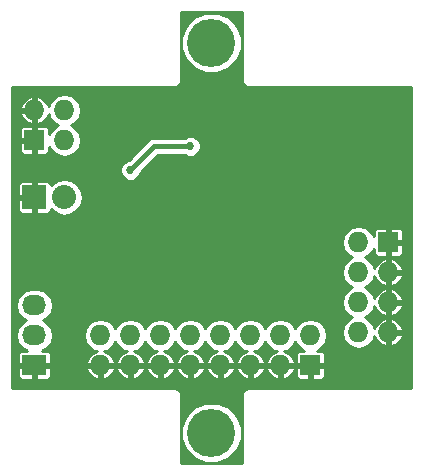
<source format=gbl>
G04 #@! TF.FileFunction,Copper,L2,Bot,Signal*
%FSLAX46Y46*%
G04 Gerber Fmt 4.6, Leading zero omitted, Abs format (unit mm)*
G04 Created by KiCad (PCBNEW 4.0.2-stable) date Friday, July 29, 2016 'PMt' 06:45:01 PM*
%MOMM*%
G01*
G04 APERTURE LIST*
%ADD10C,0.100000*%
%ADD11R,2.032000X1.727200*%
%ADD12O,2.032000X1.727200*%
%ADD13R,1.727200X1.727200*%
%ADD14O,1.727200X1.727200*%
%ADD15C,4.064000*%
%ADD16R,2.032000X2.032000*%
%ADD17O,2.032000X2.032000*%
%ADD18C,0.690000*%
%ADD19C,0.400000*%
%ADD20C,0.250000*%
G04 APERTURE END LIST*
D10*
D11*
X72898000Y-57150000D03*
D12*
X72898000Y-54610000D03*
X72898000Y-52070000D03*
D13*
X96266000Y-57150000D03*
D14*
X96266000Y-54610000D03*
X93726000Y-57150000D03*
X93726000Y-54610000D03*
X91186000Y-57150000D03*
X91186000Y-54610000D03*
X88646000Y-57150000D03*
X88646000Y-54610000D03*
X86106000Y-57150000D03*
X86106000Y-54610000D03*
X83566000Y-57150000D03*
X83566000Y-54610000D03*
X81026000Y-57150000D03*
X81026000Y-54610000D03*
X78486000Y-57150000D03*
X78486000Y-54610000D03*
D13*
X72898000Y-38100000D03*
D14*
X75438000Y-38100000D03*
X72898000Y-35560000D03*
X75438000Y-35560000D03*
D13*
X102870000Y-46736000D03*
D14*
X100330000Y-46736000D03*
X102870000Y-49276000D03*
X100330000Y-49276000D03*
X102870000Y-51816000D03*
X100330000Y-51816000D03*
X102870000Y-54356000D03*
X100330000Y-54356000D03*
D15*
X87884000Y-29845000D03*
X87884000Y-62865000D03*
D16*
X72898000Y-42926000D03*
D17*
X75438000Y-42926000D03*
D18*
X82677000Y-45085000D03*
X83693000Y-45085000D03*
X84709000Y-45085000D03*
X85725000Y-45085000D03*
X82677000Y-44069000D03*
X83693000Y-44069000D03*
X84709000Y-44069000D03*
X85725000Y-44069000D03*
X82677000Y-42037000D03*
X83693000Y-42037000D03*
X84709000Y-42037000D03*
X85725000Y-42037000D03*
X82677000Y-43053000D03*
X83693000Y-43053000D03*
X84709000Y-43053000D03*
X85725000Y-43053000D03*
X81026000Y-40640000D03*
X86106000Y-38608000D03*
D19*
X86106000Y-38608000D02*
X83058000Y-38608000D01*
X83058000Y-38608000D02*
X81026000Y-40640000D01*
D20*
G36*
X90459000Y-33020000D02*
X90504672Y-33249610D01*
X90634736Y-33444264D01*
X90829390Y-33574328D01*
X91059000Y-33620000D01*
X104810000Y-33620000D01*
X104810000Y-59090000D01*
X91059000Y-59090000D01*
X90829390Y-59135672D01*
X90634736Y-59265736D01*
X90504672Y-59460390D01*
X90459000Y-59690000D01*
X90459000Y-65440000D01*
X85309000Y-65440000D01*
X85309000Y-63371387D01*
X85326557Y-63371387D01*
X85715017Y-64311532D01*
X86433684Y-65031455D01*
X87373150Y-65421556D01*
X88390387Y-65422443D01*
X89330532Y-65033983D01*
X90050455Y-64315316D01*
X90440556Y-63375850D01*
X90441443Y-62358613D01*
X90052983Y-61418468D01*
X89334316Y-60698545D01*
X88394850Y-60308444D01*
X87377613Y-60307557D01*
X86437468Y-60696017D01*
X85717545Y-61414684D01*
X85327444Y-62354150D01*
X85326557Y-63371387D01*
X85309000Y-63371387D01*
X85309000Y-59690000D01*
X85263328Y-59460390D01*
X85133264Y-59265736D01*
X84938610Y-59135672D01*
X84709000Y-59090000D01*
X70958000Y-59090000D01*
X70958000Y-57368750D01*
X71507000Y-57368750D01*
X71507000Y-58088192D01*
X71564090Y-58226021D01*
X71669580Y-58331510D01*
X71807408Y-58388600D01*
X72679250Y-58388600D01*
X72773000Y-58294850D01*
X72773000Y-57275000D01*
X73023000Y-57275000D01*
X73023000Y-58294850D01*
X73116750Y-58388600D01*
X73988592Y-58388600D01*
X74126420Y-58331510D01*
X74231910Y-58226021D01*
X74289000Y-58088192D01*
X74289000Y-57466233D01*
X77288438Y-57466233D01*
X77500614Y-57900448D01*
X77862806Y-58220414D01*
X78169769Y-58347550D01*
X78361000Y-58288006D01*
X78361000Y-57275000D01*
X78611000Y-57275000D01*
X78611000Y-58288006D01*
X78802231Y-58347550D01*
X79109194Y-58220414D01*
X79471386Y-57900448D01*
X79683562Y-57466233D01*
X79828438Y-57466233D01*
X80040614Y-57900448D01*
X80402806Y-58220414D01*
X80709769Y-58347550D01*
X80901000Y-58288006D01*
X80901000Y-57275000D01*
X81151000Y-57275000D01*
X81151000Y-58288006D01*
X81342231Y-58347550D01*
X81649194Y-58220414D01*
X82011386Y-57900448D01*
X82223562Y-57466233D01*
X82368438Y-57466233D01*
X82580614Y-57900448D01*
X82942806Y-58220414D01*
X83249769Y-58347550D01*
X83441000Y-58288006D01*
X83441000Y-57275000D01*
X83691000Y-57275000D01*
X83691000Y-58288006D01*
X83882231Y-58347550D01*
X84189194Y-58220414D01*
X84551386Y-57900448D01*
X84763562Y-57466233D01*
X84908438Y-57466233D01*
X85120614Y-57900448D01*
X85482806Y-58220414D01*
X85789769Y-58347550D01*
X85981000Y-58288006D01*
X85981000Y-57275000D01*
X86231000Y-57275000D01*
X86231000Y-58288006D01*
X86422231Y-58347550D01*
X86729194Y-58220414D01*
X87091386Y-57900448D01*
X87303562Y-57466233D01*
X87448438Y-57466233D01*
X87660614Y-57900448D01*
X88022806Y-58220414D01*
X88329769Y-58347550D01*
X88521000Y-58288006D01*
X88521000Y-57275000D01*
X88771000Y-57275000D01*
X88771000Y-58288006D01*
X88962231Y-58347550D01*
X89269194Y-58220414D01*
X89631386Y-57900448D01*
X89843562Y-57466233D01*
X89988438Y-57466233D01*
X90200614Y-57900448D01*
X90562806Y-58220414D01*
X90869769Y-58347550D01*
X91061000Y-58288006D01*
X91061000Y-57275000D01*
X91311000Y-57275000D01*
X91311000Y-58288006D01*
X91502231Y-58347550D01*
X91809194Y-58220414D01*
X92171386Y-57900448D01*
X92383562Y-57466233D01*
X92528438Y-57466233D01*
X92740614Y-57900448D01*
X93102806Y-58220414D01*
X93409769Y-58347550D01*
X93601000Y-58288006D01*
X93601000Y-57275000D01*
X93851000Y-57275000D01*
X93851000Y-58288006D01*
X94042231Y-58347550D01*
X94349194Y-58220414D01*
X94711386Y-57900448D01*
X94923562Y-57466233D01*
X94893474Y-57368750D01*
X95027400Y-57368750D01*
X95027400Y-58088192D01*
X95084490Y-58226020D01*
X95189979Y-58331510D01*
X95327808Y-58388600D01*
X96047250Y-58388600D01*
X96141000Y-58294850D01*
X96141000Y-57275000D01*
X96391000Y-57275000D01*
X96391000Y-58294850D01*
X96484750Y-58388600D01*
X97204192Y-58388600D01*
X97342021Y-58331510D01*
X97447510Y-58226020D01*
X97504600Y-58088192D01*
X97504600Y-57368750D01*
X97410850Y-57275000D01*
X96391000Y-57275000D01*
X96141000Y-57275000D01*
X95121150Y-57275000D01*
X95027400Y-57368750D01*
X94893474Y-57368750D01*
X94864538Y-57275000D01*
X93851000Y-57275000D01*
X93601000Y-57275000D01*
X92587462Y-57275000D01*
X92528438Y-57466233D01*
X92383562Y-57466233D01*
X92324538Y-57275000D01*
X91311000Y-57275000D01*
X91061000Y-57275000D01*
X90047462Y-57275000D01*
X89988438Y-57466233D01*
X89843562Y-57466233D01*
X89784538Y-57275000D01*
X88771000Y-57275000D01*
X88521000Y-57275000D01*
X87507462Y-57275000D01*
X87448438Y-57466233D01*
X87303562Y-57466233D01*
X87244538Y-57275000D01*
X86231000Y-57275000D01*
X85981000Y-57275000D01*
X84967462Y-57275000D01*
X84908438Y-57466233D01*
X84763562Y-57466233D01*
X84704538Y-57275000D01*
X83691000Y-57275000D01*
X83441000Y-57275000D01*
X82427462Y-57275000D01*
X82368438Y-57466233D01*
X82223562Y-57466233D01*
X82164538Y-57275000D01*
X81151000Y-57275000D01*
X80901000Y-57275000D01*
X79887462Y-57275000D01*
X79828438Y-57466233D01*
X79683562Y-57466233D01*
X79624538Y-57275000D01*
X78611000Y-57275000D01*
X78361000Y-57275000D01*
X77347462Y-57275000D01*
X77288438Y-57466233D01*
X74289000Y-57466233D01*
X74289000Y-57368750D01*
X74195250Y-57275000D01*
X73023000Y-57275000D01*
X72773000Y-57275000D01*
X71600750Y-57275000D01*
X71507000Y-57368750D01*
X70958000Y-57368750D01*
X70958000Y-52070000D01*
X71326810Y-52070000D01*
X71432511Y-52601394D01*
X71733522Y-53051888D01*
X72164711Y-53340000D01*
X71733522Y-53628112D01*
X71432511Y-54078606D01*
X71326810Y-54610000D01*
X71432511Y-55141394D01*
X71733522Y-55591888D01*
X72184016Y-55892899D01*
X72277027Y-55911400D01*
X71807408Y-55911400D01*
X71669580Y-55968490D01*
X71564090Y-56073979D01*
X71507000Y-56211808D01*
X71507000Y-56931250D01*
X71600750Y-57025000D01*
X72773000Y-57025000D01*
X72773000Y-57005000D01*
X73023000Y-57005000D01*
X73023000Y-57025000D01*
X74195250Y-57025000D01*
X74289000Y-56931250D01*
X74289000Y-56211808D01*
X74231910Y-56073979D01*
X74126420Y-55968490D01*
X73988592Y-55911400D01*
X73518973Y-55911400D01*
X73611984Y-55892899D01*
X74062478Y-55591888D01*
X74363489Y-55141394D01*
X74469190Y-54610000D01*
X74463779Y-54582796D01*
X77097400Y-54582796D01*
X77097400Y-54637204D01*
X77203101Y-55168598D01*
X77504112Y-55619092D01*
X77954606Y-55920103D01*
X78152721Y-55959511D01*
X77862806Y-56079586D01*
X77500614Y-56399552D01*
X77288438Y-56833767D01*
X77347462Y-57025000D01*
X78361000Y-57025000D01*
X78361000Y-57005000D01*
X78611000Y-57005000D01*
X78611000Y-57025000D01*
X79624538Y-57025000D01*
X79683562Y-56833767D01*
X79471386Y-56399552D01*
X79109194Y-56079586D01*
X78819279Y-55959511D01*
X79017394Y-55920103D01*
X79467888Y-55619092D01*
X79756000Y-55187903D01*
X80044112Y-55619092D01*
X80494606Y-55920103D01*
X80692721Y-55959511D01*
X80402806Y-56079586D01*
X80040614Y-56399552D01*
X79828438Y-56833767D01*
X79887462Y-57025000D01*
X80901000Y-57025000D01*
X80901000Y-57005000D01*
X81151000Y-57005000D01*
X81151000Y-57025000D01*
X82164538Y-57025000D01*
X82223562Y-56833767D01*
X82011386Y-56399552D01*
X81649194Y-56079586D01*
X81359279Y-55959511D01*
X81557394Y-55920103D01*
X82007888Y-55619092D01*
X82296000Y-55187903D01*
X82584112Y-55619092D01*
X83034606Y-55920103D01*
X83232721Y-55959511D01*
X82942806Y-56079586D01*
X82580614Y-56399552D01*
X82368438Y-56833767D01*
X82427462Y-57025000D01*
X83441000Y-57025000D01*
X83441000Y-57005000D01*
X83691000Y-57005000D01*
X83691000Y-57025000D01*
X84704538Y-57025000D01*
X84763562Y-56833767D01*
X84551386Y-56399552D01*
X84189194Y-56079586D01*
X83899279Y-55959511D01*
X84097394Y-55920103D01*
X84547888Y-55619092D01*
X84836000Y-55187903D01*
X85124112Y-55619092D01*
X85574606Y-55920103D01*
X85772721Y-55959511D01*
X85482806Y-56079586D01*
X85120614Y-56399552D01*
X84908438Y-56833767D01*
X84967462Y-57025000D01*
X85981000Y-57025000D01*
X85981000Y-57005000D01*
X86231000Y-57005000D01*
X86231000Y-57025000D01*
X87244538Y-57025000D01*
X87303562Y-56833767D01*
X87091386Y-56399552D01*
X86729194Y-56079586D01*
X86439279Y-55959511D01*
X86637394Y-55920103D01*
X87087888Y-55619092D01*
X87376000Y-55187903D01*
X87664112Y-55619092D01*
X88114606Y-55920103D01*
X88312721Y-55959511D01*
X88022806Y-56079586D01*
X87660614Y-56399552D01*
X87448438Y-56833767D01*
X87507462Y-57025000D01*
X88521000Y-57025000D01*
X88521000Y-57005000D01*
X88771000Y-57005000D01*
X88771000Y-57025000D01*
X89784538Y-57025000D01*
X89843562Y-56833767D01*
X89631386Y-56399552D01*
X89269194Y-56079586D01*
X88979279Y-55959511D01*
X89177394Y-55920103D01*
X89627888Y-55619092D01*
X89916000Y-55187903D01*
X90204112Y-55619092D01*
X90654606Y-55920103D01*
X90852721Y-55959511D01*
X90562806Y-56079586D01*
X90200614Y-56399552D01*
X89988438Y-56833767D01*
X90047462Y-57025000D01*
X91061000Y-57025000D01*
X91061000Y-57005000D01*
X91311000Y-57005000D01*
X91311000Y-57025000D01*
X92324538Y-57025000D01*
X92383562Y-56833767D01*
X92171386Y-56399552D01*
X91809194Y-56079586D01*
X91519279Y-55959511D01*
X91717394Y-55920103D01*
X92167888Y-55619092D01*
X92456000Y-55187903D01*
X92744112Y-55619092D01*
X93194606Y-55920103D01*
X93392721Y-55959511D01*
X93102806Y-56079586D01*
X92740614Y-56399552D01*
X92528438Y-56833767D01*
X92587462Y-57025000D01*
X93601000Y-57025000D01*
X93601000Y-57005000D01*
X93851000Y-57005000D01*
X93851000Y-57025000D01*
X94864538Y-57025000D01*
X94923562Y-56833767D01*
X94711386Y-56399552D01*
X94349194Y-56079586D01*
X94059279Y-55959511D01*
X94257394Y-55920103D01*
X94707888Y-55619092D01*
X94996000Y-55187903D01*
X95284112Y-55619092D01*
X95721581Y-55911400D01*
X95327808Y-55911400D01*
X95189979Y-55968490D01*
X95084490Y-56073980D01*
X95027400Y-56211808D01*
X95027400Y-56931250D01*
X95121150Y-57025000D01*
X96141000Y-57025000D01*
X96141000Y-57005000D01*
X96391000Y-57005000D01*
X96391000Y-57025000D01*
X97410850Y-57025000D01*
X97504600Y-56931250D01*
X97504600Y-56211808D01*
X97447510Y-56073980D01*
X97342021Y-55968490D01*
X97204192Y-55911400D01*
X96810419Y-55911400D01*
X97247888Y-55619092D01*
X97548899Y-55168598D01*
X97654600Y-54637204D01*
X97654600Y-54582796D01*
X97548899Y-54051402D01*
X97247888Y-53600908D01*
X96797394Y-53299897D01*
X96266000Y-53194196D01*
X95734606Y-53299897D01*
X95284112Y-53600908D01*
X94996000Y-54032097D01*
X94707888Y-53600908D01*
X94257394Y-53299897D01*
X93726000Y-53194196D01*
X93194606Y-53299897D01*
X92744112Y-53600908D01*
X92456000Y-54032097D01*
X92167888Y-53600908D01*
X91717394Y-53299897D01*
X91186000Y-53194196D01*
X90654606Y-53299897D01*
X90204112Y-53600908D01*
X89916000Y-54032097D01*
X89627888Y-53600908D01*
X89177394Y-53299897D01*
X88646000Y-53194196D01*
X88114606Y-53299897D01*
X87664112Y-53600908D01*
X87376000Y-54032097D01*
X87087888Y-53600908D01*
X86637394Y-53299897D01*
X86106000Y-53194196D01*
X85574606Y-53299897D01*
X85124112Y-53600908D01*
X84836000Y-54032097D01*
X84547888Y-53600908D01*
X84097394Y-53299897D01*
X83566000Y-53194196D01*
X83034606Y-53299897D01*
X82584112Y-53600908D01*
X82296000Y-54032097D01*
X82007888Y-53600908D01*
X81557394Y-53299897D01*
X81026000Y-53194196D01*
X80494606Y-53299897D01*
X80044112Y-53600908D01*
X79756000Y-54032097D01*
X79467888Y-53600908D01*
X79017394Y-53299897D01*
X78486000Y-53194196D01*
X77954606Y-53299897D01*
X77504112Y-53600908D01*
X77203101Y-54051402D01*
X77097400Y-54582796D01*
X74463779Y-54582796D01*
X74363489Y-54078606D01*
X74062478Y-53628112D01*
X73631289Y-53340000D01*
X74062478Y-53051888D01*
X74363489Y-52601394D01*
X74469190Y-52070000D01*
X74363489Y-51538606D01*
X74062478Y-51088112D01*
X73611984Y-50787101D01*
X73080590Y-50681400D01*
X72715410Y-50681400D01*
X72184016Y-50787101D01*
X71733522Y-51088112D01*
X71432511Y-51538606D01*
X71326810Y-52070000D01*
X70958000Y-52070000D01*
X70958000Y-46736000D01*
X98914196Y-46736000D01*
X99019897Y-47267394D01*
X99320908Y-47717888D01*
X99752097Y-48006000D01*
X99320908Y-48294112D01*
X99019897Y-48744606D01*
X98914196Y-49276000D01*
X99019897Y-49807394D01*
X99320908Y-50257888D01*
X99752097Y-50546000D01*
X99320908Y-50834112D01*
X99019897Y-51284606D01*
X98914196Y-51816000D01*
X99019897Y-52347394D01*
X99320908Y-52797888D01*
X99752097Y-53086000D01*
X99320908Y-53374112D01*
X99019897Y-53824606D01*
X98914196Y-54356000D01*
X99019897Y-54887394D01*
X99320908Y-55337888D01*
X99771402Y-55638899D01*
X100302796Y-55744600D01*
X100357204Y-55744600D01*
X100888598Y-55638899D01*
X101339092Y-55337888D01*
X101640103Y-54887394D01*
X101679511Y-54689279D01*
X101799586Y-54979194D01*
X102119552Y-55341386D01*
X102553767Y-55553562D01*
X102745000Y-55494538D01*
X102745000Y-54481000D01*
X102995000Y-54481000D01*
X102995000Y-55494538D01*
X103186233Y-55553562D01*
X103620448Y-55341386D01*
X103940414Y-54979194D01*
X104067550Y-54672231D01*
X104008006Y-54481000D01*
X102995000Y-54481000D01*
X102745000Y-54481000D01*
X102725000Y-54481000D01*
X102725000Y-54231000D01*
X102745000Y-54231000D01*
X102745000Y-53217462D01*
X102995000Y-53217462D01*
X102995000Y-54231000D01*
X104008006Y-54231000D01*
X104067550Y-54039769D01*
X103940414Y-53732806D01*
X103620448Y-53370614D01*
X103186233Y-53158438D01*
X102995000Y-53217462D01*
X102745000Y-53217462D01*
X102553767Y-53158438D01*
X102119552Y-53370614D01*
X101799586Y-53732806D01*
X101679511Y-54022721D01*
X101640103Y-53824606D01*
X101339092Y-53374112D01*
X100907903Y-53086000D01*
X101339092Y-52797888D01*
X101640103Y-52347394D01*
X101679511Y-52149279D01*
X101799586Y-52439194D01*
X102119552Y-52801386D01*
X102553767Y-53013562D01*
X102745000Y-52954538D01*
X102745000Y-51941000D01*
X102995000Y-51941000D01*
X102995000Y-52954538D01*
X103186233Y-53013562D01*
X103620448Y-52801386D01*
X103940414Y-52439194D01*
X104067550Y-52132231D01*
X104008006Y-51941000D01*
X102995000Y-51941000D01*
X102745000Y-51941000D01*
X102725000Y-51941000D01*
X102725000Y-51691000D01*
X102745000Y-51691000D01*
X102745000Y-50677462D01*
X102995000Y-50677462D01*
X102995000Y-51691000D01*
X104008006Y-51691000D01*
X104067550Y-51499769D01*
X103940414Y-51192806D01*
X103620448Y-50830614D01*
X103186233Y-50618438D01*
X102995000Y-50677462D01*
X102745000Y-50677462D01*
X102553767Y-50618438D01*
X102119552Y-50830614D01*
X101799586Y-51192806D01*
X101679511Y-51482721D01*
X101640103Y-51284606D01*
X101339092Y-50834112D01*
X100907903Y-50546000D01*
X101339092Y-50257888D01*
X101640103Y-49807394D01*
X101679511Y-49609279D01*
X101799586Y-49899194D01*
X102119552Y-50261386D01*
X102553767Y-50473562D01*
X102745000Y-50414538D01*
X102745000Y-49401000D01*
X102995000Y-49401000D01*
X102995000Y-50414538D01*
X103186233Y-50473562D01*
X103620448Y-50261386D01*
X103940414Y-49899194D01*
X104067550Y-49592231D01*
X104008006Y-49401000D01*
X102995000Y-49401000D01*
X102745000Y-49401000D01*
X102725000Y-49401000D01*
X102725000Y-49151000D01*
X102745000Y-49151000D01*
X102745000Y-48137462D01*
X102995000Y-48137462D01*
X102995000Y-49151000D01*
X104008006Y-49151000D01*
X104067550Y-48959769D01*
X103940414Y-48652806D01*
X103620448Y-48290614D01*
X103186233Y-48078438D01*
X102995000Y-48137462D01*
X102745000Y-48137462D01*
X102553767Y-48078438D01*
X102119552Y-48290614D01*
X101799586Y-48652806D01*
X101679511Y-48942721D01*
X101640103Y-48744606D01*
X101339092Y-48294112D01*
X100907903Y-48006000D01*
X101339092Y-47717888D01*
X101631400Y-47280419D01*
X101631400Y-47674192D01*
X101688490Y-47812021D01*
X101793980Y-47917510D01*
X101931808Y-47974600D01*
X102651250Y-47974600D01*
X102745000Y-47880850D01*
X102745000Y-46861000D01*
X102995000Y-46861000D01*
X102995000Y-47880850D01*
X103088750Y-47974600D01*
X103808192Y-47974600D01*
X103946020Y-47917510D01*
X104051510Y-47812021D01*
X104108600Y-47674192D01*
X104108600Y-46954750D01*
X104014850Y-46861000D01*
X102995000Y-46861000D01*
X102745000Y-46861000D01*
X102725000Y-46861000D01*
X102725000Y-46611000D01*
X102745000Y-46611000D01*
X102745000Y-45591150D01*
X102995000Y-45591150D01*
X102995000Y-46611000D01*
X104014850Y-46611000D01*
X104108600Y-46517250D01*
X104108600Y-45797808D01*
X104051510Y-45659979D01*
X103946020Y-45554490D01*
X103808192Y-45497400D01*
X103088750Y-45497400D01*
X102995000Y-45591150D01*
X102745000Y-45591150D01*
X102651250Y-45497400D01*
X101931808Y-45497400D01*
X101793980Y-45554490D01*
X101688490Y-45659979D01*
X101631400Y-45797808D01*
X101631400Y-46191581D01*
X101339092Y-45754112D01*
X100888598Y-45453101D01*
X100357204Y-45347400D01*
X100302796Y-45347400D01*
X99771402Y-45453101D01*
X99320908Y-45754112D01*
X99019897Y-46204606D01*
X98914196Y-46736000D01*
X70958000Y-46736000D01*
X70958000Y-43144750D01*
X71507000Y-43144750D01*
X71507000Y-44016592D01*
X71564090Y-44154420D01*
X71669579Y-44259910D01*
X71807408Y-44317000D01*
X72679250Y-44317000D01*
X72773000Y-44223250D01*
X72773000Y-43051000D01*
X71600750Y-43051000D01*
X71507000Y-43144750D01*
X70958000Y-43144750D01*
X70958000Y-41835408D01*
X71507000Y-41835408D01*
X71507000Y-42707250D01*
X71600750Y-42801000D01*
X72773000Y-42801000D01*
X72773000Y-41628750D01*
X73023000Y-41628750D01*
X73023000Y-42801000D01*
X73043000Y-42801000D01*
X73043000Y-43051000D01*
X73023000Y-43051000D01*
X73023000Y-44223250D01*
X73116750Y-44317000D01*
X73988592Y-44317000D01*
X74126421Y-44259910D01*
X74231910Y-44154420D01*
X74289000Y-44016592D01*
X74289000Y-43957021D01*
X74348348Y-44045842D01*
X74848285Y-44379888D01*
X75438000Y-44497190D01*
X76027715Y-44379888D01*
X76527652Y-44045842D01*
X76861698Y-43545905D01*
X76979000Y-42956190D01*
X76979000Y-42895810D01*
X76861698Y-42306095D01*
X76527652Y-41806158D01*
X76027715Y-41472112D01*
X75438000Y-41354810D01*
X74848285Y-41472112D01*
X74348348Y-41806158D01*
X74289000Y-41894979D01*
X74289000Y-41835408D01*
X74231910Y-41697580D01*
X74126421Y-41592090D01*
X73988592Y-41535000D01*
X73116750Y-41535000D01*
X73023000Y-41628750D01*
X72773000Y-41628750D01*
X72679250Y-41535000D01*
X71807408Y-41535000D01*
X71669579Y-41592090D01*
X71564090Y-41697580D01*
X71507000Y-41835408D01*
X70958000Y-41835408D01*
X70958000Y-40812294D01*
X80155850Y-40812294D01*
X80288020Y-41132171D01*
X80532541Y-41377120D01*
X80852187Y-41509848D01*
X81198294Y-41510150D01*
X81518171Y-41377980D01*
X81763120Y-41133459D01*
X81895848Y-40813813D01*
X81895864Y-40795440D01*
X83358304Y-39333000D01*
X85600442Y-39333000D01*
X85612541Y-39345120D01*
X85932187Y-39477848D01*
X86278294Y-39478150D01*
X86598171Y-39345980D01*
X86843120Y-39101459D01*
X86975848Y-38781813D01*
X86976150Y-38435706D01*
X86843980Y-38115829D01*
X86599459Y-37870880D01*
X86279813Y-37738152D01*
X85933706Y-37737850D01*
X85613829Y-37870020D01*
X85600826Y-37883000D01*
X83058000Y-37883000D01*
X82826585Y-37929031D01*
X82780554Y-37938187D01*
X82545348Y-38095348D01*
X80870831Y-39769865D01*
X80853706Y-39769850D01*
X80533829Y-39902020D01*
X80288880Y-40146541D01*
X80156152Y-40466187D01*
X80155850Y-40812294D01*
X70958000Y-40812294D01*
X70958000Y-38318750D01*
X71659400Y-38318750D01*
X71659400Y-39038192D01*
X71716490Y-39176021D01*
X71821980Y-39281510D01*
X71959808Y-39338600D01*
X72679250Y-39338600D01*
X72773000Y-39244850D01*
X72773000Y-38225000D01*
X71753150Y-38225000D01*
X71659400Y-38318750D01*
X70958000Y-38318750D01*
X70958000Y-37161808D01*
X71659400Y-37161808D01*
X71659400Y-37881250D01*
X71753150Y-37975000D01*
X72773000Y-37975000D01*
X72773000Y-36955150D01*
X72679250Y-36861400D01*
X71959808Y-36861400D01*
X71821980Y-36918490D01*
X71716490Y-37023979D01*
X71659400Y-37161808D01*
X70958000Y-37161808D01*
X70958000Y-35876231D01*
X71700450Y-35876231D01*
X71827586Y-36183194D01*
X72147552Y-36545386D01*
X72581767Y-36757562D01*
X72773000Y-36698538D01*
X72773000Y-35685000D01*
X71759994Y-35685000D01*
X71700450Y-35876231D01*
X70958000Y-35876231D01*
X70958000Y-35243769D01*
X71700450Y-35243769D01*
X71759994Y-35435000D01*
X72773000Y-35435000D01*
X72773000Y-34421462D01*
X73023000Y-34421462D01*
X73023000Y-35435000D01*
X73043000Y-35435000D01*
X73043000Y-35685000D01*
X73023000Y-35685000D01*
X73023000Y-36698538D01*
X73214233Y-36757562D01*
X73648448Y-36545386D01*
X73968414Y-36183194D01*
X74088489Y-35893279D01*
X74127897Y-36091394D01*
X74428908Y-36541888D01*
X74860097Y-36830000D01*
X74428908Y-37118112D01*
X74136600Y-37555581D01*
X74136600Y-37161808D01*
X74079510Y-37023979D01*
X73974020Y-36918490D01*
X73836192Y-36861400D01*
X73116750Y-36861400D01*
X73023000Y-36955150D01*
X73023000Y-37975000D01*
X73043000Y-37975000D01*
X73043000Y-38225000D01*
X73023000Y-38225000D01*
X73023000Y-39244850D01*
X73116750Y-39338600D01*
X73836192Y-39338600D01*
X73974020Y-39281510D01*
X74079510Y-39176021D01*
X74136600Y-39038192D01*
X74136600Y-38644419D01*
X74428908Y-39081888D01*
X74879402Y-39382899D01*
X75410796Y-39488600D01*
X75465204Y-39488600D01*
X75996598Y-39382899D01*
X76447092Y-39081888D01*
X76748103Y-38631394D01*
X76853804Y-38100000D01*
X76748103Y-37568606D01*
X76447092Y-37118112D01*
X76015903Y-36830000D01*
X76447092Y-36541888D01*
X76748103Y-36091394D01*
X76853804Y-35560000D01*
X76748103Y-35028606D01*
X76447092Y-34578112D01*
X75996598Y-34277101D01*
X75465204Y-34171400D01*
X75410796Y-34171400D01*
X74879402Y-34277101D01*
X74428908Y-34578112D01*
X74127897Y-35028606D01*
X74088489Y-35226721D01*
X73968414Y-34936806D01*
X73648448Y-34574614D01*
X73214233Y-34362438D01*
X73023000Y-34421462D01*
X72773000Y-34421462D01*
X72581767Y-34362438D01*
X72147552Y-34574614D01*
X71827586Y-34936806D01*
X71700450Y-35243769D01*
X70958000Y-35243769D01*
X70958000Y-33620000D01*
X84709000Y-33620000D01*
X84938610Y-33574328D01*
X85133264Y-33444264D01*
X85263328Y-33249610D01*
X85309000Y-33020000D01*
X85309000Y-30351387D01*
X85326557Y-30351387D01*
X85715017Y-31291532D01*
X86433684Y-32011455D01*
X87373150Y-32401556D01*
X88390387Y-32402443D01*
X89330532Y-32013983D01*
X90050455Y-31295316D01*
X90440556Y-30355850D01*
X90441443Y-29338613D01*
X90052983Y-28398468D01*
X89334316Y-27678545D01*
X88394850Y-27288444D01*
X87377613Y-27287557D01*
X86437468Y-27676017D01*
X85717545Y-28394684D01*
X85327444Y-29334150D01*
X85326557Y-30351387D01*
X85309000Y-30351387D01*
X85309000Y-27270000D01*
X90459000Y-27270000D01*
X90459000Y-33020000D01*
X90459000Y-33020000D01*
G37*
X90459000Y-33020000D02*
X90504672Y-33249610D01*
X90634736Y-33444264D01*
X90829390Y-33574328D01*
X91059000Y-33620000D01*
X104810000Y-33620000D01*
X104810000Y-59090000D01*
X91059000Y-59090000D01*
X90829390Y-59135672D01*
X90634736Y-59265736D01*
X90504672Y-59460390D01*
X90459000Y-59690000D01*
X90459000Y-65440000D01*
X85309000Y-65440000D01*
X85309000Y-63371387D01*
X85326557Y-63371387D01*
X85715017Y-64311532D01*
X86433684Y-65031455D01*
X87373150Y-65421556D01*
X88390387Y-65422443D01*
X89330532Y-65033983D01*
X90050455Y-64315316D01*
X90440556Y-63375850D01*
X90441443Y-62358613D01*
X90052983Y-61418468D01*
X89334316Y-60698545D01*
X88394850Y-60308444D01*
X87377613Y-60307557D01*
X86437468Y-60696017D01*
X85717545Y-61414684D01*
X85327444Y-62354150D01*
X85326557Y-63371387D01*
X85309000Y-63371387D01*
X85309000Y-59690000D01*
X85263328Y-59460390D01*
X85133264Y-59265736D01*
X84938610Y-59135672D01*
X84709000Y-59090000D01*
X70958000Y-59090000D01*
X70958000Y-57368750D01*
X71507000Y-57368750D01*
X71507000Y-58088192D01*
X71564090Y-58226021D01*
X71669580Y-58331510D01*
X71807408Y-58388600D01*
X72679250Y-58388600D01*
X72773000Y-58294850D01*
X72773000Y-57275000D01*
X73023000Y-57275000D01*
X73023000Y-58294850D01*
X73116750Y-58388600D01*
X73988592Y-58388600D01*
X74126420Y-58331510D01*
X74231910Y-58226021D01*
X74289000Y-58088192D01*
X74289000Y-57466233D01*
X77288438Y-57466233D01*
X77500614Y-57900448D01*
X77862806Y-58220414D01*
X78169769Y-58347550D01*
X78361000Y-58288006D01*
X78361000Y-57275000D01*
X78611000Y-57275000D01*
X78611000Y-58288006D01*
X78802231Y-58347550D01*
X79109194Y-58220414D01*
X79471386Y-57900448D01*
X79683562Y-57466233D01*
X79828438Y-57466233D01*
X80040614Y-57900448D01*
X80402806Y-58220414D01*
X80709769Y-58347550D01*
X80901000Y-58288006D01*
X80901000Y-57275000D01*
X81151000Y-57275000D01*
X81151000Y-58288006D01*
X81342231Y-58347550D01*
X81649194Y-58220414D01*
X82011386Y-57900448D01*
X82223562Y-57466233D01*
X82368438Y-57466233D01*
X82580614Y-57900448D01*
X82942806Y-58220414D01*
X83249769Y-58347550D01*
X83441000Y-58288006D01*
X83441000Y-57275000D01*
X83691000Y-57275000D01*
X83691000Y-58288006D01*
X83882231Y-58347550D01*
X84189194Y-58220414D01*
X84551386Y-57900448D01*
X84763562Y-57466233D01*
X84908438Y-57466233D01*
X85120614Y-57900448D01*
X85482806Y-58220414D01*
X85789769Y-58347550D01*
X85981000Y-58288006D01*
X85981000Y-57275000D01*
X86231000Y-57275000D01*
X86231000Y-58288006D01*
X86422231Y-58347550D01*
X86729194Y-58220414D01*
X87091386Y-57900448D01*
X87303562Y-57466233D01*
X87448438Y-57466233D01*
X87660614Y-57900448D01*
X88022806Y-58220414D01*
X88329769Y-58347550D01*
X88521000Y-58288006D01*
X88521000Y-57275000D01*
X88771000Y-57275000D01*
X88771000Y-58288006D01*
X88962231Y-58347550D01*
X89269194Y-58220414D01*
X89631386Y-57900448D01*
X89843562Y-57466233D01*
X89988438Y-57466233D01*
X90200614Y-57900448D01*
X90562806Y-58220414D01*
X90869769Y-58347550D01*
X91061000Y-58288006D01*
X91061000Y-57275000D01*
X91311000Y-57275000D01*
X91311000Y-58288006D01*
X91502231Y-58347550D01*
X91809194Y-58220414D01*
X92171386Y-57900448D01*
X92383562Y-57466233D01*
X92528438Y-57466233D01*
X92740614Y-57900448D01*
X93102806Y-58220414D01*
X93409769Y-58347550D01*
X93601000Y-58288006D01*
X93601000Y-57275000D01*
X93851000Y-57275000D01*
X93851000Y-58288006D01*
X94042231Y-58347550D01*
X94349194Y-58220414D01*
X94711386Y-57900448D01*
X94923562Y-57466233D01*
X94893474Y-57368750D01*
X95027400Y-57368750D01*
X95027400Y-58088192D01*
X95084490Y-58226020D01*
X95189979Y-58331510D01*
X95327808Y-58388600D01*
X96047250Y-58388600D01*
X96141000Y-58294850D01*
X96141000Y-57275000D01*
X96391000Y-57275000D01*
X96391000Y-58294850D01*
X96484750Y-58388600D01*
X97204192Y-58388600D01*
X97342021Y-58331510D01*
X97447510Y-58226020D01*
X97504600Y-58088192D01*
X97504600Y-57368750D01*
X97410850Y-57275000D01*
X96391000Y-57275000D01*
X96141000Y-57275000D01*
X95121150Y-57275000D01*
X95027400Y-57368750D01*
X94893474Y-57368750D01*
X94864538Y-57275000D01*
X93851000Y-57275000D01*
X93601000Y-57275000D01*
X92587462Y-57275000D01*
X92528438Y-57466233D01*
X92383562Y-57466233D01*
X92324538Y-57275000D01*
X91311000Y-57275000D01*
X91061000Y-57275000D01*
X90047462Y-57275000D01*
X89988438Y-57466233D01*
X89843562Y-57466233D01*
X89784538Y-57275000D01*
X88771000Y-57275000D01*
X88521000Y-57275000D01*
X87507462Y-57275000D01*
X87448438Y-57466233D01*
X87303562Y-57466233D01*
X87244538Y-57275000D01*
X86231000Y-57275000D01*
X85981000Y-57275000D01*
X84967462Y-57275000D01*
X84908438Y-57466233D01*
X84763562Y-57466233D01*
X84704538Y-57275000D01*
X83691000Y-57275000D01*
X83441000Y-57275000D01*
X82427462Y-57275000D01*
X82368438Y-57466233D01*
X82223562Y-57466233D01*
X82164538Y-57275000D01*
X81151000Y-57275000D01*
X80901000Y-57275000D01*
X79887462Y-57275000D01*
X79828438Y-57466233D01*
X79683562Y-57466233D01*
X79624538Y-57275000D01*
X78611000Y-57275000D01*
X78361000Y-57275000D01*
X77347462Y-57275000D01*
X77288438Y-57466233D01*
X74289000Y-57466233D01*
X74289000Y-57368750D01*
X74195250Y-57275000D01*
X73023000Y-57275000D01*
X72773000Y-57275000D01*
X71600750Y-57275000D01*
X71507000Y-57368750D01*
X70958000Y-57368750D01*
X70958000Y-52070000D01*
X71326810Y-52070000D01*
X71432511Y-52601394D01*
X71733522Y-53051888D01*
X72164711Y-53340000D01*
X71733522Y-53628112D01*
X71432511Y-54078606D01*
X71326810Y-54610000D01*
X71432511Y-55141394D01*
X71733522Y-55591888D01*
X72184016Y-55892899D01*
X72277027Y-55911400D01*
X71807408Y-55911400D01*
X71669580Y-55968490D01*
X71564090Y-56073979D01*
X71507000Y-56211808D01*
X71507000Y-56931250D01*
X71600750Y-57025000D01*
X72773000Y-57025000D01*
X72773000Y-57005000D01*
X73023000Y-57005000D01*
X73023000Y-57025000D01*
X74195250Y-57025000D01*
X74289000Y-56931250D01*
X74289000Y-56211808D01*
X74231910Y-56073979D01*
X74126420Y-55968490D01*
X73988592Y-55911400D01*
X73518973Y-55911400D01*
X73611984Y-55892899D01*
X74062478Y-55591888D01*
X74363489Y-55141394D01*
X74469190Y-54610000D01*
X74463779Y-54582796D01*
X77097400Y-54582796D01*
X77097400Y-54637204D01*
X77203101Y-55168598D01*
X77504112Y-55619092D01*
X77954606Y-55920103D01*
X78152721Y-55959511D01*
X77862806Y-56079586D01*
X77500614Y-56399552D01*
X77288438Y-56833767D01*
X77347462Y-57025000D01*
X78361000Y-57025000D01*
X78361000Y-57005000D01*
X78611000Y-57005000D01*
X78611000Y-57025000D01*
X79624538Y-57025000D01*
X79683562Y-56833767D01*
X79471386Y-56399552D01*
X79109194Y-56079586D01*
X78819279Y-55959511D01*
X79017394Y-55920103D01*
X79467888Y-55619092D01*
X79756000Y-55187903D01*
X80044112Y-55619092D01*
X80494606Y-55920103D01*
X80692721Y-55959511D01*
X80402806Y-56079586D01*
X80040614Y-56399552D01*
X79828438Y-56833767D01*
X79887462Y-57025000D01*
X80901000Y-57025000D01*
X80901000Y-57005000D01*
X81151000Y-57005000D01*
X81151000Y-57025000D01*
X82164538Y-57025000D01*
X82223562Y-56833767D01*
X82011386Y-56399552D01*
X81649194Y-56079586D01*
X81359279Y-55959511D01*
X81557394Y-55920103D01*
X82007888Y-55619092D01*
X82296000Y-55187903D01*
X82584112Y-55619092D01*
X83034606Y-55920103D01*
X83232721Y-55959511D01*
X82942806Y-56079586D01*
X82580614Y-56399552D01*
X82368438Y-56833767D01*
X82427462Y-57025000D01*
X83441000Y-57025000D01*
X83441000Y-57005000D01*
X83691000Y-57005000D01*
X83691000Y-57025000D01*
X84704538Y-57025000D01*
X84763562Y-56833767D01*
X84551386Y-56399552D01*
X84189194Y-56079586D01*
X83899279Y-55959511D01*
X84097394Y-55920103D01*
X84547888Y-55619092D01*
X84836000Y-55187903D01*
X85124112Y-55619092D01*
X85574606Y-55920103D01*
X85772721Y-55959511D01*
X85482806Y-56079586D01*
X85120614Y-56399552D01*
X84908438Y-56833767D01*
X84967462Y-57025000D01*
X85981000Y-57025000D01*
X85981000Y-57005000D01*
X86231000Y-57005000D01*
X86231000Y-57025000D01*
X87244538Y-57025000D01*
X87303562Y-56833767D01*
X87091386Y-56399552D01*
X86729194Y-56079586D01*
X86439279Y-55959511D01*
X86637394Y-55920103D01*
X87087888Y-55619092D01*
X87376000Y-55187903D01*
X87664112Y-55619092D01*
X88114606Y-55920103D01*
X88312721Y-55959511D01*
X88022806Y-56079586D01*
X87660614Y-56399552D01*
X87448438Y-56833767D01*
X87507462Y-57025000D01*
X88521000Y-57025000D01*
X88521000Y-57005000D01*
X88771000Y-57005000D01*
X88771000Y-57025000D01*
X89784538Y-57025000D01*
X89843562Y-56833767D01*
X89631386Y-56399552D01*
X89269194Y-56079586D01*
X88979279Y-55959511D01*
X89177394Y-55920103D01*
X89627888Y-55619092D01*
X89916000Y-55187903D01*
X90204112Y-55619092D01*
X90654606Y-55920103D01*
X90852721Y-55959511D01*
X90562806Y-56079586D01*
X90200614Y-56399552D01*
X89988438Y-56833767D01*
X90047462Y-57025000D01*
X91061000Y-57025000D01*
X91061000Y-57005000D01*
X91311000Y-57005000D01*
X91311000Y-57025000D01*
X92324538Y-57025000D01*
X92383562Y-56833767D01*
X92171386Y-56399552D01*
X91809194Y-56079586D01*
X91519279Y-55959511D01*
X91717394Y-55920103D01*
X92167888Y-55619092D01*
X92456000Y-55187903D01*
X92744112Y-55619092D01*
X93194606Y-55920103D01*
X93392721Y-55959511D01*
X93102806Y-56079586D01*
X92740614Y-56399552D01*
X92528438Y-56833767D01*
X92587462Y-57025000D01*
X93601000Y-57025000D01*
X93601000Y-57005000D01*
X93851000Y-57005000D01*
X93851000Y-57025000D01*
X94864538Y-57025000D01*
X94923562Y-56833767D01*
X94711386Y-56399552D01*
X94349194Y-56079586D01*
X94059279Y-55959511D01*
X94257394Y-55920103D01*
X94707888Y-55619092D01*
X94996000Y-55187903D01*
X95284112Y-55619092D01*
X95721581Y-55911400D01*
X95327808Y-55911400D01*
X95189979Y-55968490D01*
X95084490Y-56073980D01*
X95027400Y-56211808D01*
X95027400Y-56931250D01*
X95121150Y-57025000D01*
X96141000Y-57025000D01*
X96141000Y-57005000D01*
X96391000Y-57005000D01*
X96391000Y-57025000D01*
X97410850Y-57025000D01*
X97504600Y-56931250D01*
X97504600Y-56211808D01*
X97447510Y-56073980D01*
X97342021Y-55968490D01*
X97204192Y-55911400D01*
X96810419Y-55911400D01*
X97247888Y-55619092D01*
X97548899Y-55168598D01*
X97654600Y-54637204D01*
X97654600Y-54582796D01*
X97548899Y-54051402D01*
X97247888Y-53600908D01*
X96797394Y-53299897D01*
X96266000Y-53194196D01*
X95734606Y-53299897D01*
X95284112Y-53600908D01*
X94996000Y-54032097D01*
X94707888Y-53600908D01*
X94257394Y-53299897D01*
X93726000Y-53194196D01*
X93194606Y-53299897D01*
X92744112Y-53600908D01*
X92456000Y-54032097D01*
X92167888Y-53600908D01*
X91717394Y-53299897D01*
X91186000Y-53194196D01*
X90654606Y-53299897D01*
X90204112Y-53600908D01*
X89916000Y-54032097D01*
X89627888Y-53600908D01*
X89177394Y-53299897D01*
X88646000Y-53194196D01*
X88114606Y-53299897D01*
X87664112Y-53600908D01*
X87376000Y-54032097D01*
X87087888Y-53600908D01*
X86637394Y-53299897D01*
X86106000Y-53194196D01*
X85574606Y-53299897D01*
X85124112Y-53600908D01*
X84836000Y-54032097D01*
X84547888Y-53600908D01*
X84097394Y-53299897D01*
X83566000Y-53194196D01*
X83034606Y-53299897D01*
X82584112Y-53600908D01*
X82296000Y-54032097D01*
X82007888Y-53600908D01*
X81557394Y-53299897D01*
X81026000Y-53194196D01*
X80494606Y-53299897D01*
X80044112Y-53600908D01*
X79756000Y-54032097D01*
X79467888Y-53600908D01*
X79017394Y-53299897D01*
X78486000Y-53194196D01*
X77954606Y-53299897D01*
X77504112Y-53600908D01*
X77203101Y-54051402D01*
X77097400Y-54582796D01*
X74463779Y-54582796D01*
X74363489Y-54078606D01*
X74062478Y-53628112D01*
X73631289Y-53340000D01*
X74062478Y-53051888D01*
X74363489Y-52601394D01*
X74469190Y-52070000D01*
X74363489Y-51538606D01*
X74062478Y-51088112D01*
X73611984Y-50787101D01*
X73080590Y-50681400D01*
X72715410Y-50681400D01*
X72184016Y-50787101D01*
X71733522Y-51088112D01*
X71432511Y-51538606D01*
X71326810Y-52070000D01*
X70958000Y-52070000D01*
X70958000Y-46736000D01*
X98914196Y-46736000D01*
X99019897Y-47267394D01*
X99320908Y-47717888D01*
X99752097Y-48006000D01*
X99320908Y-48294112D01*
X99019897Y-48744606D01*
X98914196Y-49276000D01*
X99019897Y-49807394D01*
X99320908Y-50257888D01*
X99752097Y-50546000D01*
X99320908Y-50834112D01*
X99019897Y-51284606D01*
X98914196Y-51816000D01*
X99019897Y-52347394D01*
X99320908Y-52797888D01*
X99752097Y-53086000D01*
X99320908Y-53374112D01*
X99019897Y-53824606D01*
X98914196Y-54356000D01*
X99019897Y-54887394D01*
X99320908Y-55337888D01*
X99771402Y-55638899D01*
X100302796Y-55744600D01*
X100357204Y-55744600D01*
X100888598Y-55638899D01*
X101339092Y-55337888D01*
X101640103Y-54887394D01*
X101679511Y-54689279D01*
X101799586Y-54979194D01*
X102119552Y-55341386D01*
X102553767Y-55553562D01*
X102745000Y-55494538D01*
X102745000Y-54481000D01*
X102995000Y-54481000D01*
X102995000Y-55494538D01*
X103186233Y-55553562D01*
X103620448Y-55341386D01*
X103940414Y-54979194D01*
X104067550Y-54672231D01*
X104008006Y-54481000D01*
X102995000Y-54481000D01*
X102745000Y-54481000D01*
X102725000Y-54481000D01*
X102725000Y-54231000D01*
X102745000Y-54231000D01*
X102745000Y-53217462D01*
X102995000Y-53217462D01*
X102995000Y-54231000D01*
X104008006Y-54231000D01*
X104067550Y-54039769D01*
X103940414Y-53732806D01*
X103620448Y-53370614D01*
X103186233Y-53158438D01*
X102995000Y-53217462D01*
X102745000Y-53217462D01*
X102553767Y-53158438D01*
X102119552Y-53370614D01*
X101799586Y-53732806D01*
X101679511Y-54022721D01*
X101640103Y-53824606D01*
X101339092Y-53374112D01*
X100907903Y-53086000D01*
X101339092Y-52797888D01*
X101640103Y-52347394D01*
X101679511Y-52149279D01*
X101799586Y-52439194D01*
X102119552Y-52801386D01*
X102553767Y-53013562D01*
X102745000Y-52954538D01*
X102745000Y-51941000D01*
X102995000Y-51941000D01*
X102995000Y-52954538D01*
X103186233Y-53013562D01*
X103620448Y-52801386D01*
X103940414Y-52439194D01*
X104067550Y-52132231D01*
X104008006Y-51941000D01*
X102995000Y-51941000D01*
X102745000Y-51941000D01*
X102725000Y-51941000D01*
X102725000Y-51691000D01*
X102745000Y-51691000D01*
X102745000Y-50677462D01*
X102995000Y-50677462D01*
X102995000Y-51691000D01*
X104008006Y-51691000D01*
X104067550Y-51499769D01*
X103940414Y-51192806D01*
X103620448Y-50830614D01*
X103186233Y-50618438D01*
X102995000Y-50677462D01*
X102745000Y-50677462D01*
X102553767Y-50618438D01*
X102119552Y-50830614D01*
X101799586Y-51192806D01*
X101679511Y-51482721D01*
X101640103Y-51284606D01*
X101339092Y-50834112D01*
X100907903Y-50546000D01*
X101339092Y-50257888D01*
X101640103Y-49807394D01*
X101679511Y-49609279D01*
X101799586Y-49899194D01*
X102119552Y-50261386D01*
X102553767Y-50473562D01*
X102745000Y-50414538D01*
X102745000Y-49401000D01*
X102995000Y-49401000D01*
X102995000Y-50414538D01*
X103186233Y-50473562D01*
X103620448Y-50261386D01*
X103940414Y-49899194D01*
X104067550Y-49592231D01*
X104008006Y-49401000D01*
X102995000Y-49401000D01*
X102745000Y-49401000D01*
X102725000Y-49401000D01*
X102725000Y-49151000D01*
X102745000Y-49151000D01*
X102745000Y-48137462D01*
X102995000Y-48137462D01*
X102995000Y-49151000D01*
X104008006Y-49151000D01*
X104067550Y-48959769D01*
X103940414Y-48652806D01*
X103620448Y-48290614D01*
X103186233Y-48078438D01*
X102995000Y-48137462D01*
X102745000Y-48137462D01*
X102553767Y-48078438D01*
X102119552Y-48290614D01*
X101799586Y-48652806D01*
X101679511Y-48942721D01*
X101640103Y-48744606D01*
X101339092Y-48294112D01*
X100907903Y-48006000D01*
X101339092Y-47717888D01*
X101631400Y-47280419D01*
X101631400Y-47674192D01*
X101688490Y-47812021D01*
X101793980Y-47917510D01*
X101931808Y-47974600D01*
X102651250Y-47974600D01*
X102745000Y-47880850D01*
X102745000Y-46861000D01*
X102995000Y-46861000D01*
X102995000Y-47880850D01*
X103088750Y-47974600D01*
X103808192Y-47974600D01*
X103946020Y-47917510D01*
X104051510Y-47812021D01*
X104108600Y-47674192D01*
X104108600Y-46954750D01*
X104014850Y-46861000D01*
X102995000Y-46861000D01*
X102745000Y-46861000D01*
X102725000Y-46861000D01*
X102725000Y-46611000D01*
X102745000Y-46611000D01*
X102745000Y-45591150D01*
X102995000Y-45591150D01*
X102995000Y-46611000D01*
X104014850Y-46611000D01*
X104108600Y-46517250D01*
X104108600Y-45797808D01*
X104051510Y-45659979D01*
X103946020Y-45554490D01*
X103808192Y-45497400D01*
X103088750Y-45497400D01*
X102995000Y-45591150D01*
X102745000Y-45591150D01*
X102651250Y-45497400D01*
X101931808Y-45497400D01*
X101793980Y-45554490D01*
X101688490Y-45659979D01*
X101631400Y-45797808D01*
X101631400Y-46191581D01*
X101339092Y-45754112D01*
X100888598Y-45453101D01*
X100357204Y-45347400D01*
X100302796Y-45347400D01*
X99771402Y-45453101D01*
X99320908Y-45754112D01*
X99019897Y-46204606D01*
X98914196Y-46736000D01*
X70958000Y-46736000D01*
X70958000Y-43144750D01*
X71507000Y-43144750D01*
X71507000Y-44016592D01*
X71564090Y-44154420D01*
X71669579Y-44259910D01*
X71807408Y-44317000D01*
X72679250Y-44317000D01*
X72773000Y-44223250D01*
X72773000Y-43051000D01*
X71600750Y-43051000D01*
X71507000Y-43144750D01*
X70958000Y-43144750D01*
X70958000Y-41835408D01*
X71507000Y-41835408D01*
X71507000Y-42707250D01*
X71600750Y-42801000D01*
X72773000Y-42801000D01*
X72773000Y-41628750D01*
X73023000Y-41628750D01*
X73023000Y-42801000D01*
X73043000Y-42801000D01*
X73043000Y-43051000D01*
X73023000Y-43051000D01*
X73023000Y-44223250D01*
X73116750Y-44317000D01*
X73988592Y-44317000D01*
X74126421Y-44259910D01*
X74231910Y-44154420D01*
X74289000Y-44016592D01*
X74289000Y-43957021D01*
X74348348Y-44045842D01*
X74848285Y-44379888D01*
X75438000Y-44497190D01*
X76027715Y-44379888D01*
X76527652Y-44045842D01*
X76861698Y-43545905D01*
X76979000Y-42956190D01*
X76979000Y-42895810D01*
X76861698Y-42306095D01*
X76527652Y-41806158D01*
X76027715Y-41472112D01*
X75438000Y-41354810D01*
X74848285Y-41472112D01*
X74348348Y-41806158D01*
X74289000Y-41894979D01*
X74289000Y-41835408D01*
X74231910Y-41697580D01*
X74126421Y-41592090D01*
X73988592Y-41535000D01*
X73116750Y-41535000D01*
X73023000Y-41628750D01*
X72773000Y-41628750D01*
X72679250Y-41535000D01*
X71807408Y-41535000D01*
X71669579Y-41592090D01*
X71564090Y-41697580D01*
X71507000Y-41835408D01*
X70958000Y-41835408D01*
X70958000Y-40812294D01*
X80155850Y-40812294D01*
X80288020Y-41132171D01*
X80532541Y-41377120D01*
X80852187Y-41509848D01*
X81198294Y-41510150D01*
X81518171Y-41377980D01*
X81763120Y-41133459D01*
X81895848Y-40813813D01*
X81895864Y-40795440D01*
X83358304Y-39333000D01*
X85600442Y-39333000D01*
X85612541Y-39345120D01*
X85932187Y-39477848D01*
X86278294Y-39478150D01*
X86598171Y-39345980D01*
X86843120Y-39101459D01*
X86975848Y-38781813D01*
X86976150Y-38435706D01*
X86843980Y-38115829D01*
X86599459Y-37870880D01*
X86279813Y-37738152D01*
X85933706Y-37737850D01*
X85613829Y-37870020D01*
X85600826Y-37883000D01*
X83058000Y-37883000D01*
X82826585Y-37929031D01*
X82780554Y-37938187D01*
X82545348Y-38095348D01*
X80870831Y-39769865D01*
X80853706Y-39769850D01*
X80533829Y-39902020D01*
X80288880Y-40146541D01*
X80156152Y-40466187D01*
X80155850Y-40812294D01*
X70958000Y-40812294D01*
X70958000Y-38318750D01*
X71659400Y-38318750D01*
X71659400Y-39038192D01*
X71716490Y-39176021D01*
X71821980Y-39281510D01*
X71959808Y-39338600D01*
X72679250Y-39338600D01*
X72773000Y-39244850D01*
X72773000Y-38225000D01*
X71753150Y-38225000D01*
X71659400Y-38318750D01*
X70958000Y-38318750D01*
X70958000Y-37161808D01*
X71659400Y-37161808D01*
X71659400Y-37881250D01*
X71753150Y-37975000D01*
X72773000Y-37975000D01*
X72773000Y-36955150D01*
X72679250Y-36861400D01*
X71959808Y-36861400D01*
X71821980Y-36918490D01*
X71716490Y-37023979D01*
X71659400Y-37161808D01*
X70958000Y-37161808D01*
X70958000Y-35876231D01*
X71700450Y-35876231D01*
X71827586Y-36183194D01*
X72147552Y-36545386D01*
X72581767Y-36757562D01*
X72773000Y-36698538D01*
X72773000Y-35685000D01*
X71759994Y-35685000D01*
X71700450Y-35876231D01*
X70958000Y-35876231D01*
X70958000Y-35243769D01*
X71700450Y-35243769D01*
X71759994Y-35435000D01*
X72773000Y-35435000D01*
X72773000Y-34421462D01*
X73023000Y-34421462D01*
X73023000Y-35435000D01*
X73043000Y-35435000D01*
X73043000Y-35685000D01*
X73023000Y-35685000D01*
X73023000Y-36698538D01*
X73214233Y-36757562D01*
X73648448Y-36545386D01*
X73968414Y-36183194D01*
X74088489Y-35893279D01*
X74127897Y-36091394D01*
X74428908Y-36541888D01*
X74860097Y-36830000D01*
X74428908Y-37118112D01*
X74136600Y-37555581D01*
X74136600Y-37161808D01*
X74079510Y-37023979D01*
X73974020Y-36918490D01*
X73836192Y-36861400D01*
X73116750Y-36861400D01*
X73023000Y-36955150D01*
X73023000Y-37975000D01*
X73043000Y-37975000D01*
X73043000Y-38225000D01*
X73023000Y-38225000D01*
X73023000Y-39244850D01*
X73116750Y-39338600D01*
X73836192Y-39338600D01*
X73974020Y-39281510D01*
X74079510Y-39176021D01*
X74136600Y-39038192D01*
X74136600Y-38644419D01*
X74428908Y-39081888D01*
X74879402Y-39382899D01*
X75410796Y-39488600D01*
X75465204Y-39488600D01*
X75996598Y-39382899D01*
X76447092Y-39081888D01*
X76748103Y-38631394D01*
X76853804Y-38100000D01*
X76748103Y-37568606D01*
X76447092Y-37118112D01*
X76015903Y-36830000D01*
X76447092Y-36541888D01*
X76748103Y-36091394D01*
X76853804Y-35560000D01*
X76748103Y-35028606D01*
X76447092Y-34578112D01*
X75996598Y-34277101D01*
X75465204Y-34171400D01*
X75410796Y-34171400D01*
X74879402Y-34277101D01*
X74428908Y-34578112D01*
X74127897Y-35028606D01*
X74088489Y-35226721D01*
X73968414Y-34936806D01*
X73648448Y-34574614D01*
X73214233Y-34362438D01*
X73023000Y-34421462D01*
X72773000Y-34421462D01*
X72581767Y-34362438D01*
X72147552Y-34574614D01*
X71827586Y-34936806D01*
X71700450Y-35243769D01*
X70958000Y-35243769D01*
X70958000Y-33620000D01*
X84709000Y-33620000D01*
X84938610Y-33574328D01*
X85133264Y-33444264D01*
X85263328Y-33249610D01*
X85309000Y-33020000D01*
X85309000Y-30351387D01*
X85326557Y-30351387D01*
X85715017Y-31291532D01*
X86433684Y-32011455D01*
X87373150Y-32401556D01*
X88390387Y-32402443D01*
X89330532Y-32013983D01*
X90050455Y-31295316D01*
X90440556Y-30355850D01*
X90441443Y-29338613D01*
X90052983Y-28398468D01*
X89334316Y-27678545D01*
X88394850Y-27288444D01*
X87377613Y-27287557D01*
X86437468Y-27676017D01*
X85717545Y-28394684D01*
X85327444Y-29334150D01*
X85326557Y-30351387D01*
X85309000Y-30351387D01*
X85309000Y-27270000D01*
X90459000Y-27270000D01*
X90459000Y-33020000D01*
M02*

</source>
